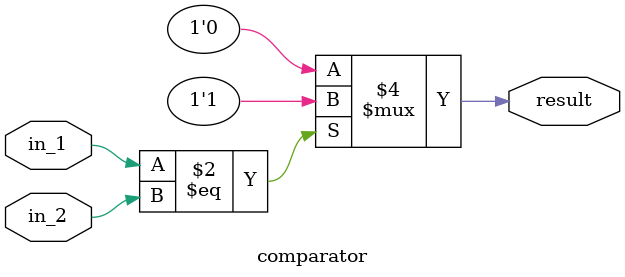
<source format=sv>
module comparator
#(
	parameter WIDTH = 1
)
(
	input logic [WIDTH - 1:0] in_1,
	input logic [WIDTH - 1:0] in_2,
	output logic result
);
	
	always_comb
	begin
		if(in_1 == in_2)
		begin
			result = 1'b1;
		end
		else
		begin
			result = 1'b0;
		end
	end

endmodule

</source>
